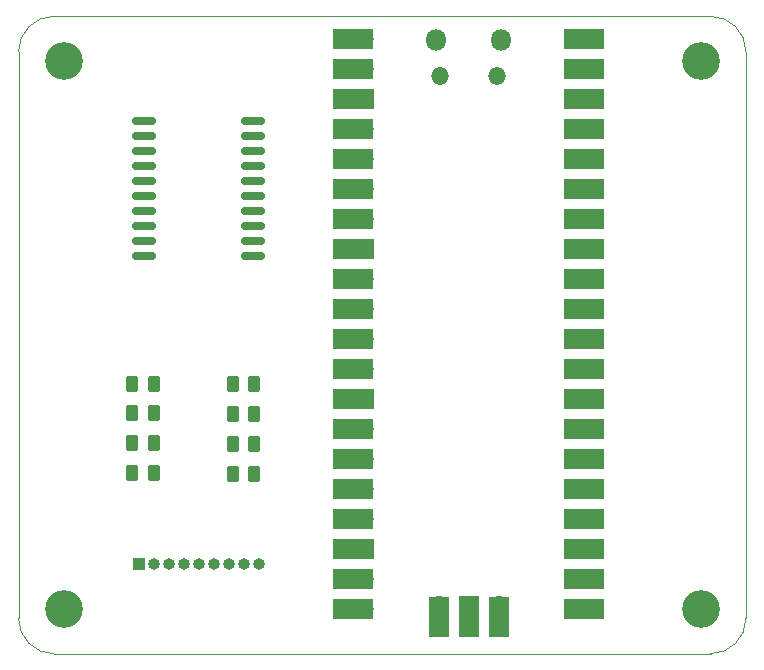
<source format=gts>
%TF.GenerationSoftware,KiCad,Pcbnew,8.0.3-8.0.3-0~ubuntu22.04.1*%
%TF.CreationDate,2025-12-31T16:49:30+00:00*%
%TF.ProjectId,pixelpusher,70697865-6c70-4757-9368-65722e6b6963,rev?*%
%TF.SameCoordinates,Original*%
%TF.FileFunction,Soldermask,Top*%
%TF.FilePolarity,Negative*%
%FSLAX46Y46*%
G04 Gerber Fmt 4.6, Leading zero omitted, Abs format (unit mm)*
G04 Created by KiCad (PCBNEW 8.0.3-8.0.3-0~ubuntu22.04.1) date 2025-12-31 16:49:30*
%MOMM*%
%LPD*%
G01*
G04 APERTURE LIST*
G04 Aperture macros list*
%AMRoundRect*
0 Rectangle with rounded corners*
0 $1 Rounding radius*
0 $2 $3 $4 $5 $6 $7 $8 $9 X,Y pos of 4 corners*
0 Add a 4 corners polygon primitive as box body*
4,1,4,$2,$3,$4,$5,$6,$7,$8,$9,$2,$3,0*
0 Add four circle primitives for the rounded corners*
1,1,$1+$1,$2,$3*
1,1,$1+$1,$4,$5*
1,1,$1+$1,$6,$7*
1,1,$1+$1,$8,$9*
0 Add four rect primitives between the rounded corners*
20,1,$1+$1,$2,$3,$4,$5,0*
20,1,$1+$1,$4,$5,$6,$7,0*
20,1,$1+$1,$6,$7,$8,$9,0*
20,1,$1+$1,$8,$9,$2,$3,0*%
G04 Aperture macros list end*
%ADD10RoundRect,0.250000X-0.262500X-0.450000X0.262500X-0.450000X0.262500X0.450000X-0.262500X0.450000X0*%
%ADD11C,3.200000*%
%ADD12O,1.800000X1.800000*%
%ADD13O,1.500000X1.500000*%
%ADD14O,1.700000X1.700000*%
%ADD15R,3.500000X1.700000*%
%ADD16R,1.700000X1.700000*%
%ADD17R,1.700000X3.500000*%
%ADD18RoundRect,0.150000X-0.875000X-0.150000X0.875000X-0.150000X0.875000X0.150000X-0.875000X0.150000X0*%
%ADD19R,1.000000X1.000000*%
%ADD20O,1.000000X1.000000*%
%TA.AperFunction,Profile*%
%ADD21C,0.050000*%
%TD*%
G04 APERTURE END LIST*
D10*
%TO.C,R1*%
X148947500Y-123190000D03*
X150772500Y-123190000D03*
%TD*%
%TO.C,R7*%
X140415000Y-118070000D03*
X142240000Y-118070000D03*
%TD*%
D11*
%TO.C,H1*%
X134620000Y-88265000D03*
%TD*%
D10*
%TO.C,R6*%
X140415000Y-120610000D03*
X142240000Y-120610000D03*
%TD*%
D11*
%TO.C,H2*%
X188595000Y-88265000D03*
%TD*%
%TO.C,H4*%
X188595000Y-134620000D03*
%TD*%
%TO.C,H3*%
X134620000Y-134620000D03*
%TD*%
D10*
%TO.C,R2*%
X148947500Y-120650000D03*
X150772500Y-120650000D03*
%TD*%
%TO.C,R5*%
X140415000Y-123150000D03*
X142240000Y-123150000D03*
%TD*%
D12*
%TO.C,U1*%
X166185000Y-86490000D03*
D13*
X166485000Y-89520000D03*
X171335000Y-89520000D03*
D12*
X171635000Y-86490000D03*
D14*
X160020000Y-86360000D03*
D15*
X159120000Y-86360000D03*
D14*
X160020000Y-88900000D03*
D15*
X159120000Y-88900000D03*
D16*
X160020000Y-91440000D03*
D15*
X159120000Y-91440000D03*
D14*
X160020000Y-93980000D03*
D15*
X159120000Y-93980000D03*
D14*
X160020000Y-96520000D03*
D15*
X159120000Y-96520000D03*
D14*
X160020000Y-99060000D03*
D15*
X159120000Y-99060000D03*
D14*
X160020000Y-101600000D03*
D15*
X159120000Y-101600000D03*
D16*
X160020000Y-104140000D03*
D15*
X159120000Y-104140000D03*
D14*
X160020000Y-106680000D03*
D15*
X159120000Y-106680000D03*
D14*
X160020000Y-109220000D03*
D15*
X159120000Y-109220000D03*
D14*
X160020000Y-111760000D03*
D15*
X159120000Y-111760000D03*
D14*
X160020000Y-114300000D03*
D15*
X159120000Y-114300000D03*
D16*
X160020000Y-116840000D03*
D15*
X159120000Y-116840000D03*
D14*
X160020000Y-119380000D03*
D15*
X159120000Y-119380000D03*
D14*
X160020000Y-121920000D03*
D15*
X159120000Y-121920000D03*
D14*
X160020000Y-124460000D03*
D15*
X159120000Y-124460000D03*
D14*
X160020000Y-127000000D03*
D15*
X159120000Y-127000000D03*
D16*
X160020000Y-129540000D03*
D15*
X159120000Y-129540000D03*
D14*
X160020000Y-132080000D03*
D15*
X159120000Y-132080000D03*
D14*
X160020000Y-134620000D03*
D15*
X159120000Y-134620000D03*
D14*
X177800000Y-134620000D03*
D15*
X178700000Y-134620000D03*
D14*
X177800000Y-132080000D03*
D15*
X178700000Y-132080000D03*
D16*
X177800000Y-129540000D03*
D15*
X178700000Y-129540000D03*
D14*
X177800000Y-127000000D03*
D15*
X178700000Y-127000000D03*
D14*
X177800000Y-124460000D03*
D15*
X178700000Y-124460000D03*
D14*
X177800000Y-121920000D03*
D15*
X178700000Y-121920000D03*
D14*
X177800000Y-119380000D03*
D15*
X178700000Y-119380000D03*
D16*
X177800000Y-116840000D03*
D15*
X178700000Y-116840000D03*
D14*
X177800000Y-114300000D03*
D15*
X178700000Y-114300000D03*
D14*
X177800000Y-111760000D03*
D15*
X178700000Y-111760000D03*
D14*
X177800000Y-109220000D03*
D15*
X178700000Y-109220000D03*
D14*
X177800000Y-106680000D03*
D15*
X178700000Y-106680000D03*
D16*
X177800000Y-104140000D03*
D15*
X178700000Y-104140000D03*
D14*
X177800000Y-101600000D03*
D15*
X178700000Y-101600000D03*
D14*
X177800000Y-99060000D03*
D15*
X178700000Y-99060000D03*
D14*
X177800000Y-96520000D03*
D15*
X178700000Y-96520000D03*
D14*
X177800000Y-93980000D03*
D15*
X178700000Y-93980000D03*
D16*
X177800000Y-91440000D03*
D15*
X178700000Y-91440000D03*
D14*
X177800000Y-88900000D03*
D15*
X178700000Y-88900000D03*
D14*
X177800000Y-86360000D03*
D15*
X178700000Y-86360000D03*
D14*
X166370000Y-134390000D03*
D17*
X166370000Y-135290000D03*
D16*
X168910000Y-134390000D03*
D17*
X168910000Y-135290000D03*
D14*
X171450000Y-134390000D03*
D17*
X171450000Y-135290000D03*
%TD*%
D10*
%TO.C,R8*%
X140415000Y-115570000D03*
X142240000Y-115570000D03*
%TD*%
%TO.C,R4*%
X148947500Y-115570000D03*
X150772500Y-115570000D03*
%TD*%
%TO.C,R3*%
X148947500Y-118110000D03*
X150772500Y-118110000D03*
%TD*%
D18*
%TO.C,U2*%
X141400000Y-93345000D03*
X141400000Y-94615000D03*
X141400000Y-95885000D03*
X141400000Y-97155000D03*
X141400000Y-98425000D03*
X141400000Y-99695000D03*
X141400000Y-100965000D03*
X141400000Y-102235000D03*
X141400000Y-103505000D03*
X141400000Y-104775000D03*
X150700000Y-104775000D03*
X150700000Y-103505000D03*
X150700000Y-102235000D03*
X150700000Y-100965000D03*
X150700000Y-99695000D03*
X150700000Y-98425000D03*
X150700000Y-97155000D03*
X150700000Y-95885000D03*
X150700000Y-94615000D03*
X150700000Y-93345000D03*
%TD*%
D19*
%TO.C,J1*%
X140970000Y-130810000D03*
D20*
X142240000Y-130810000D03*
X143510000Y-130810000D03*
X144780000Y-130810000D03*
X146050000Y-130810000D03*
X147320000Y-130810000D03*
X148590000Y-130810000D03*
X149860000Y-130810000D03*
X151130000Y-130810000D03*
%TD*%
D21*
X133810000Y-84455000D02*
X189405000Y-84455000D01*
X189405000Y-84455000D02*
G75*
G02*
X192405000Y-87455000I0J-3000000D01*
G01*
X133810000Y-138430000D02*
G75*
G02*
X130810000Y-135430000I0J3000000D01*
G01*
X130810000Y-135430000D02*
X130810000Y-87455000D01*
X192405000Y-135430000D02*
G75*
G02*
X189405000Y-138430000I-3000000J0D01*
G01*
X189405000Y-138430000D02*
X133810000Y-138430000D01*
X192405000Y-87455000D02*
X192405000Y-135430000D01*
X130810000Y-87455000D02*
G75*
G02*
X133810000Y-84455000I3000000J0D01*
G01*
M02*

</source>
